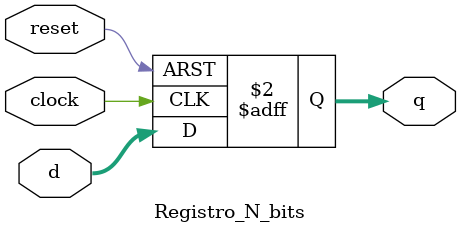
<source format=v>
`timescale 1ns / 1ps
module Registro_N_bits

#(parameter N = 6)
(
  input wire clock,
  input wire reset,
  input wire signed  [N-1:0] d ,
  output reg signed [N-1:0] q  
  );

// declaracion de las entradas 
// cuerpo 

always @(posedge clock , posedge reset) 
	 if (reset)
		q <= 0; // si reset esta en alto salidas en 0
	else 
      q <= d; // si el enable esta en alto q toma el valor de la entrada d 
endmodule


</source>
